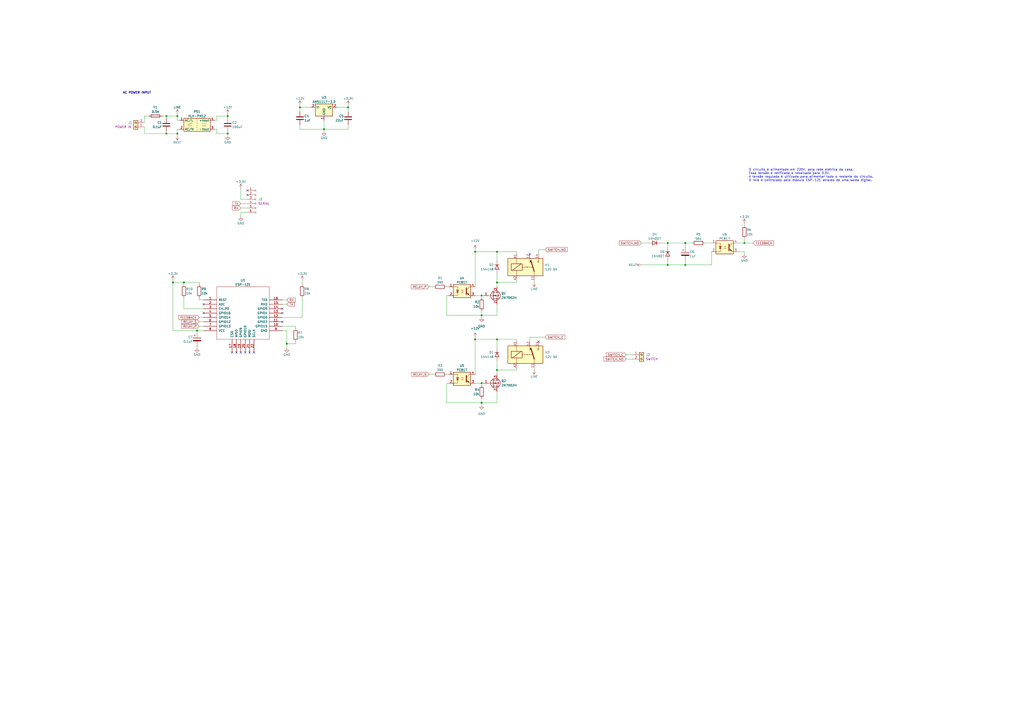
<source format=kicad_sch>
(kicad_sch (version 20230121) (generator eeschema)
  (paper "A2")
  (lib_symbols
    (symbol "Connector:Conn_01x06_Socket" (pin_names (offset 1.016) hide)
      (property "Reference" "J" (at 0 7.62 0))
      (property "Value" "Conn_01x06_Socket" (at 0 -10.16 0))
      (symbol "Conn_01x06_Socket_1_1"
        (arc (start 0 -7.112) (mid -0.5058 -7.62) (end 0 -8.128) (stroke (width 0.1524)))
        (arc (start 0 -4.572) (mid -0.5058 -5.08) (end 0 -5.588) (stroke (width 0.1524)))
        (arc (start 0 -2.032) (mid -0.5058 -2.54) (end 0 -3.048) (stroke (width 0.1524)))
        (polyline (pts (xy -1.27 -7.62) (xy -0.508 -7.62)) (stroke (width 0.1524)))
        (polyline (pts (xy -1.27 -5.08) (xy -0.508 -5.08)) (stroke (width 0.1524)))
        (polyline (pts (xy -1.27 -2.54) (xy -0.508 -2.54)) (stroke (width 0.1524)))
        (polyline (pts (xy -1.27 0) (xy -0.508 0)) (stroke (width 0.1524)))
        (polyline (pts (xy -1.27 2.54) (xy -0.508 2.54)) (stroke (width 0.1524)))
        (polyline (pts (xy -1.27 5.08) (xy -0.508 5.08)) (stroke (width 0.1524)))
        (arc (start 0 0.508) (mid -0.5058 0) (end 0 -0.508) (stroke (width 0.1524)))
        (arc (start 0 3.048) (mid -0.5058 2.54) (end 0 2.032) (stroke (width 0.1524)))
        (arc (start 0 5.588) (mid -0.5058 5.08) (end 0 4.572) (stroke (width 0.1524)))
        (pin passive line (at -5.08 5.08 0) (length 3.81) (name "Pin_1") (number "1"))
        (pin passive line (at -5.08 2.54 0) (length 3.81) (name "Pin_2") (number "2"))
        (pin passive line (at -5.08 0 0) (length 3.81) (name "Pin_3") (number "3"))
        (pin passive line (at -5.08 -2.54 0) (length 3.81) (name "Pin_4") (number "4"))
        (pin passive line (at -5.08 -5.08 0) (length 3.81) (name "Pin_5") (number "5"))
        (pin passive line (at -5.08 -7.62 0) (length 3.81) (name "Pin_6") (number "6"))
      )
    )
    (symbol "Connector:Screw_Terminal_01x02" (pin_names (offset 1.016) hide)
      (property "Reference" "J" (at 0 2.54 0))
      (property "Value" "Screw_Terminal_01x02" (at 0 -5.08 0))
      (symbol "Screw_Terminal_01x02_1_1"
        (rectangle (start -1.27 1.27) (end 1.27 -3.81) (stroke (width 0.254)) (fill (type background)))
        (circle (center 0 -2.54) (radius 0.635) (stroke (width 0.1524)))
        (polyline (pts (xy -0.5334 -2.2098) (xy 0.3302 -3.048)) (stroke (width 0.1524)))
        (polyline (pts (xy -0.5334 0.3302) (xy 0.3302 -0.508)) (stroke (width 0.1524)))
        (polyline (pts (xy -0.3556 -2.032) (xy 0.508 -2.8702)) (stroke (width 0.1524)))
        (polyline (pts (xy -0.3556 0.508) (xy 0.508 -0.3302)) (stroke (width 0.1524)))
        (circle (center 0 0) (radius 0.635) (stroke (width 0.1524)))
        (pin passive line (at -5.08 0 0) (length 3.81) (name "Pin_1") (number "1"))
        (pin passive line (at -5.08 -2.54 0) (length 3.81) (name "Pin_2") (number "2"))
      )
    )
    (symbol "Converter_ACDC:HLK-PM12"
      (property "Reference" "PS" (at 0 5.08 0))
      (property "Value" "HLK-PM12" (at 0 -5.08 0))
      (symbol "HLK-PM12_0_1"
        (rectangle (start -7.62 3.81) (end 7.62 -3.81) (stroke (width 0.254)) (fill (type background)))
        (arc (start -5.334 0.635) (mid -4.699 0.2495) (end -4.064 0.635))
        (arc (start -2.794 0.635) (mid -3.429 1.0072) (end -4.064 0.635))
        (polyline (pts (xy -5.334 -0.635) (xy -2.794 -0.635)))
        (polyline (pts (xy 0 -2.54) (xy 0 -3.175)))
        (polyline (pts (xy 0 -1.27) (xy 0 -1.905)))
        (polyline (pts (xy 0 0) (xy 0 -0.635)))
        (polyline (pts (xy 0 1.27) (xy 0 0.635)))
        (polyline (pts (xy 0 2.54) (xy 0 1.905)))
        (polyline (pts (xy 0 3.81) (xy 0 3.175)))
        (polyline (pts (xy 2.794 -0.635) (xy 5.334 -0.635)))
        (polyline (pts (xy 2.794 0.635) (xy 3.302 0.635)))
        (polyline (pts (xy 3.81 0.635) (xy 4.318 0.635)))
        (polyline (pts (xy 4.826 0.635) (xy 5.334 0.635)))
      )
      (symbol "HLK-PM12_1_1"
        (pin power_in line (at -10.16 2.54 0) (length 2.54) (name "AC/L") (number "1"))
        (pin power_in line (at -10.16 -2.54 0) (length 2.54) (name "AC/N") (number "2"))
        (pin power_out line (at 10.16 -2.54 180) (length 2.54) (name "-Vout") (number "3"))
        (pin power_out line (at 10.16 2.54 180) (length 2.54) (name "+Vout") (number "4"))
      )
    )
    (symbol "Device:C" (pin_numbers hide) (pin_names (offset 0.254))
      (property "Reference" "C" (at 0.635 2.54 0))
      (property "Value" "C" (at 0.635 -2.54 0))
      (symbol "C_0_1"
        (polyline (pts (xy -2.032 -0.762) (xy 2.032 -0.762)) (stroke (width 0.508)))
        (polyline (pts (xy -2.032 0.762) (xy 2.032 0.762)) (stroke (width 0.508)))
      )
      (symbol "C_1_1"
        (pin passive line (at 0 3.81 270) (length 2.794) (name "~") (number "1"))
        (pin passive line (at 0 -3.81 90) (length 2.794) (name "~") (number "2"))
      )
    )
    (symbol "Device:C_Polarized" (pin_numbers hide) (pin_names (offset 0.254))
      (property "Reference" "C" (at 0.635 2.54 0))
      (property "Value" "C_Polarized" (at 0.635 -2.54 0))
      (symbol "C_Polarized_0_1"
        (rectangle (start -2.286 0.508) (end 2.286 1.016))
        (polyline (pts (xy -1.778 2.286) (xy -0.762 2.286)))
        (polyline (pts (xy -1.27 2.794) (xy -1.27 1.778)))
        (rectangle (start 2.286 -0.508) (end -2.286 -1.016) (fill (type outline)))
      )
      (symbol "C_Polarized_1_1"
        (pin passive line (at 0 3.81 270) (length 2.794) (name "~") (number "1"))
        (pin passive line (at 0 -3.81 90) (length 2.794) (name "~") (number "2"))
      )
    )
    (symbol "Device:Fuse" (pin_numbers hide) (pin_names (offset 0))
      (property "Reference" "F" (at 2.032 0 90))
      (property "Value" "Fuse" (at -1.905 0 90))
      (symbol "Fuse_0_1"
        (rectangle (start -0.762 -2.54) (end 0.762 2.54) (stroke (width 0.254)))
        (polyline (pts (xy 0 2.54) (xy 0 -2.54)))
      )
      (symbol "Fuse_1_1"
        (pin passive line (at 0 3.81 270) (length 1.27) (name "~") (number "1"))
        (pin passive line (at 0 -3.81 90) (length 1.27) (name "~") (number "2"))
      )
    )
    (symbol "Device:R" (pin_numbers hide) (pin_names (offset 0))
      (property "Reference" "R" (at 2.032 0 90))
      (property "Value" "R" (at 0 0 90))
      (symbol "R_0_1"
        (rectangle (start -1.016 -2.54) (end 1.016 2.54) (stroke (width 0.254)))
      )
      (symbol "R_1_1"
        (pin passive line (at 0 3.81 270) (length 1.27) (name "~") (number "1"))
        (pin passive line (at 0 -3.81 90) (length 1.27) (name "~") (number "2"))
      )
    )
    (symbol "Diode:1N4007" (pin_numbers hide) (pin_names hide)
      (property "Reference" "D" (at 0 2.54 0))
      (property "Value" "1N4007" (at 0 -2.54 0))
      (symbol "1N4007_0_1"
        (polyline (pts (xy -1.27 1.27) (xy -1.27 -1.27)) (stroke (width 0.254)))
        (polyline (pts (xy 1.27 0) (xy -1.27 0)))
        (polyline (pts (xy 1.27 1.27) (xy 1.27 -1.27) (xy -1.27 0) (xy 1.27 1.27)) (stroke (width 0.254)))
      )
      (symbol "1N4007_1_1"
        (pin passive line (at -3.81 0 0) (length 2.54) (name "K") (number "1"))
        (pin passive line (at 3.81 0 180) (length 2.54) (name "A") (number "2"))
      )
    )
    (symbol "Diode:1N4148" (pin_numbers hide) (pin_names hide)
      (property "Reference" "D" (at 0 2.54 0))
      (property "Value" "1N4148" (at 0 -2.54 0))
      (symbol "1N4148_0_1"
        (polyline (pts (xy -1.27 1.27) (xy -1.27 -1.27)) (stroke (width 0.254)))
        (polyline (pts (xy 1.27 0) (xy -1.27 0)))
        (polyline (pts (xy 1.27 1.27) (xy 1.27 -1.27) (xy -1.27 0) (xy 1.27 1.27)) (stroke (width 0.254)))
      )
      (symbol "1N4148_1_1"
        (pin passive line (at -3.81 0 0) (length 2.54) (name "K") (number "1"))
        (pin passive line (at 3.81 0 180) (length 2.54) (name "A") (number "2"))
      )
    )
    (symbol "ESP8266:ESP-12E" (pin_names (offset 1.016))
      (property "Reference" "U" (at 0 -2.54 0))
      (property "Value" "ESP-12E" (at 0 2.54 0))
      (symbol "ESP-12E_1_0"
        (rectangle (start -15.24 -15.24) (end 15.24 15.24))
      )
      (symbol "ESP-12E_1_1"
        (pin input line (at -22.86 7.62 0) (length 7.62) (name "REST") (number "1"))
        (pin bidirectional line (at 22.86 -7.62 180) (length 7.62) (name "GPIO15") (number "10"))
        (pin bidirectional line (at 22.86 -5.08 180) (length 7.62) (name "GPIO2") (number "11"))
        (pin bidirectional line (at 22.86 -2.54 180) (length 7.62) (name "GPIO0") (number "12"))
        (pin bidirectional line (at 22.86 0 180) (length 7.62) (name "GPIO4") (number "13"))
        (pin bidirectional line (at 22.86 2.54 180) (length 7.62) (name "GPIO5") (number "14"))
        (pin input line (at 22.86 5.08 180) (length 7.62) (name "RXD") (number "15"))
        (pin output line (at 22.86 7.62 180) (length 7.62) (name "TXD") (number "16"))
        (pin bidirectional line (at -6.35 -22.86 90) (length 7.62) (name "CS0") (number "17"))
        (pin bidirectional line (at -3.81 -22.86 90) (length 7.62) (name "MISO") (number "18"))
        (pin bidirectional line (at -1.27 -22.86 90) (length 7.62) (name "GPIO9") (number "19"))
        (pin passive line (at -22.86 5.08 0) (length 7.62) (name "ADC") (number "2"))
        (pin bidirectional line (at 1.27 -22.86 90) (length 7.62) (name "GPIO10") (number "20"))
        (pin bidirectional line (at 3.81 -22.86 90) (length 7.62) (name "MOSI") (number "21"))
        (pin bidirectional line (at 6.35 -22.86 90) (length 7.62) (name "SCLK") (number "22"))
        (pin input line (at -22.86 2.54 0) (length 7.62) (name "CH_PD") (number "3"))
        (pin bidirectional line (at -22.86 0 0) (length 7.62) (name "GPIO16") (number "4"))
        (pin bidirectional line (at -22.86 -2.54 0) (length 7.62) (name "GPIO14") (number "5"))
        (pin bidirectional line (at -22.86 -5.08 0) (length 7.62) (name "GPIO12") (number "6"))
        (pin bidirectional line (at -22.86 -7.62 0) (length 7.62) (name "GPIO13") (number "7"))
        (pin power_in line (at -22.86 -10.16 0) (length 7.62) (name "VCC") (number "8"))
        (pin power_in line (at 22.86 -10.16 180) (length 7.62) (name "GND") (number "9"))
      )
    )
    (symbol "Isolator:PC817" (pin_names (offset 1.016))
      (property "Reference" "U" (at -5.08 5.08 0))
      (property "Value" "PC817" (at 0 5.08 0))
      (symbol "PC817_0_1"
        (rectangle (start -5.08 3.81) (end 5.08 -3.81) (stroke (width 0.254)) (fill (type background)))
        (polyline (pts (xy -3.175 -0.635) (xy -1.905 -0.635)) (stroke (width 0.254)))
        (polyline (pts (xy 2.54 0.635) (xy 4.445 2.54)))
        (polyline (pts (xy 4.445 -2.54) (xy 2.54 -0.635)) (fill (type outline)))
        (polyline (pts (xy 4.445 -2.54) (xy 5.08 -2.54)))
        (polyline (pts (xy 4.445 2.54) (xy 5.08 2.54)))
        (polyline (pts (xy -5.08 2.54) (xy -2.54 2.54) (xy -2.54 -0.635)))
        (polyline (pts (xy -2.54 -0.635) (xy -2.54 -2.54) (xy -5.08 -2.54)))
        (polyline (pts (xy 2.54 1.905) (xy 2.54 -1.905) (xy 2.54 -1.905)) (stroke (width 0.508)))
        (polyline (pts (xy -2.54 -0.635) (xy -3.175 0.635) (xy -1.905 0.635) (xy -2.54 -0.635)) (stroke (width 0.254)))
        (polyline (pts (xy -0.508 -0.508) (xy 0.762 -0.508) (xy 0.381 -0.635) (xy 0.381 -0.381) (xy 0.762 -0.508)))
        (polyline (pts (xy -0.508 0.508) (xy 0.762 0.508) (xy 0.381 0.381) (xy 0.381 0.635) (xy 0.762 0.508)))
        (polyline (pts (xy 3.048 -1.651) (xy 3.556 -1.143) (xy 4.064 -2.159) (xy 3.048 -1.651) (xy 3.048 -1.651)) (fill (type outline)))
      )
      (symbol "PC817_1_1"
        (pin passive line (at -7.62 2.54 0) (length 2.54) (name "~") (number "1"))
        (pin passive line (at -7.62 -2.54 0) (length 2.54) (name "~") (number "2"))
        (pin passive line (at 7.62 -2.54 180) (length 2.54) (name "~") (number "3"))
        (pin passive line (at 7.62 2.54 180) (length 2.54) (name "~") (number "4"))
      )
    )
    (symbol "Regulator_Linear:AMS1117-3.3"
      (property "Reference" "U" (at -3.81 3.175 0))
      (property "Value" "AMS1117-3.3" (at 0 3.175 0))
      (symbol "AMS1117-3.3_0_1"
        (rectangle (start -5.08 -5.08) (end 5.08 1.905) (stroke (width 0.254)) (fill (type background)))
      )
      (symbol "AMS1117-3.3_1_1"
        (pin power_in line (at 0 -7.62 90) (length 2.54) (name "GND") (number "1"))
        (pin power_out line (at 7.62 0 180) (length 2.54) (name "VO") (number "2"))
        (pin power_in line (at -7.62 0 0) (length 2.54) (name "VI") (number "3"))
      )
    )
    (symbol "Relay:FINDER-36.11"
      (property "Reference" "K" (at 11.43 3.81 0))
      (property "Value" "FINDER-36.11" (at 11.43 1.27 0))
      (symbol "FINDER-36.11_0_0"
        (polyline (pts (xy 2.54 3.81) (xy 2.54 5.08)))
        (polyline (pts (xy 7.62 3.81) (xy 7.62 5.08)))
        (polyline (pts (xy 7.62 3.81) (xy 7.62 2.54) (xy 6.985 3.175) (xy 7.62 3.81)))
      )
      (symbol "FINDER-36.11_0_1"
        (rectangle (start -10.16 5.08) (end 10.16 -5.08) (stroke (width 0.254)) (fill (type background)))
        (rectangle (start -8.255 1.905) (end -1.905 -1.905) (stroke (width 0.254)))
        (polyline (pts (xy -7.62 -1.905) (xy -2.54 1.905)) (stroke (width 0.254)))
        (polyline (pts (xy -5.08 -5.08) (xy -5.08 -1.905)))
        (polyline (pts (xy -5.08 5.08) (xy -5.08 1.905)))
        (polyline (pts (xy -1.905 0) (xy -1.27 0)) (stroke (width 0.254)))
        (polyline (pts (xy -0.635 0) (xy 0 0)) (stroke (width 0.254)))
        (polyline (pts (xy 0.635 0) (xy 1.27 0)) (stroke (width 0.254)))
        (polyline (pts (xy 0.635 0) (xy 1.27 0)) (stroke (width 0.254)))
        (polyline (pts (xy 1.905 0) (xy 2.54 0)) (stroke (width 0.254)))
        (polyline (pts (xy 3.175 0) (xy 3.81 0)) (stroke (width 0.254)))
        (polyline (pts (xy 5.08 -2.54) (xy 3.175 3.81)) (stroke (width 0.508)))
        (polyline (pts (xy 5.08 -2.54) (xy 5.08 -5.08)))
        (polyline (pts (xy 2.54 2.54) (xy 3.175 3.175) (xy 2.54 3.81)) (fill (type outline)))
      )
      (symbol "FINDER-36.11_1_1"
        (pin passive line (at 5.08 -7.62 90) (length 2.54) (name "~") (number "11"))
        (pin passive line (at 2.54 7.62 270) (length 2.54) (name "~") (number "12"))
        (pin passive line (at 7.62 7.62 270) (length 2.54) (name "~") (number "14"))
        (pin passive line (at -5.08 7.62 270) (length 2.54) (name "~") (number "A1"))
        (pin passive line (at -5.08 -7.62 90) (length 2.54) (name "~") (number "A2"))
      )
    )
    (symbol "Transistor_FET:2N7002H" (pin_names hide)
      (property "Reference" "Q" (at 5.08 1.905 0))
      (property "Value" "2N7002H" (at 5.08 0 0))
      (symbol "2N7002H_0_1"
        (polyline (pts (xy 0.254 0) (xy -2.54 0)))
        (polyline (pts (xy 0.254 1.905) (xy 0.254 -1.905)) (stroke (width 0.254)))
        (polyline (pts (xy 0.762 -1.27) (xy 0.762 -2.286)) (stroke (width 0.254)))
        (polyline (pts (xy 0.762 0.508) (xy 0.762 -0.508)) (stroke (width 0.254)))
        (polyline (pts (xy 0.762 2.286) (xy 0.762 1.27)) (stroke (width 0.254)))
        (polyline (pts (xy 2.54 2.54) (xy 2.54 1.778)))
        (polyline (pts (xy 2.54 -2.54) (xy 2.54 0) (xy 0.762 0)))
        (polyline (pts (xy 0.762 -1.778) (xy 3.302 -1.778) (xy 3.302 1.778) (xy 0.762 1.778)))
        (polyline (pts (xy 1.016 0) (xy 2.032 0.381) (xy 2.032 -0.381) (xy 1.016 0)) (fill (type outline)))
        (polyline (pts (xy 2.794 0.508) (xy 2.921 0.381) (xy 3.683 0.381) (xy 3.81 0.254)))
        (polyline (pts (xy 3.302 0.381) (xy 2.921 -0.254) (xy 3.683 -0.254) (xy 3.302 0.381)))
        (circle (center 1.651 0) (radius 2.794) (stroke (width 0.254)))
        (circle (center 2.54 -1.778) (radius 0.254) (fill (type outline)))
        (circle (center 2.54 1.778) (radius 0.254) (fill (type outline)))
      )
      (symbol "2N7002H_1_1"
        (pin input line (at -5.08 0 0) (length 2.54) (name "G") (number "1"))
        (pin passive line (at 2.54 -5.08 90) (length 2.54) (name "S") (number "2"))
        (pin passive line (at 2.54 5.08 270) (length 2.54) (name "D") (number "3"))
      )
    )
    (symbol "power:+12V" (power) (pin_names (offset 0))
      (property "Value" "+12V" (at 0 3.556 0))
      (symbol "+12V_0_1"
        (polyline (pts (xy -0.762 1.27) (xy 0 2.54)))
        (polyline (pts (xy 0 0) (xy 0 2.54)))
        (polyline (pts (xy 0 2.54) (xy 0.762 1.27)))
      )
      (symbol "+12V_1_1"
        (pin power_in line (at 0 0 90) (length 0) hide (name "+12V") (number "1"))
      )
    )
    (symbol "power:+3.3V" (power) (pin_names (offset 0))
      (property "Value" "+3.3V" (at 0 3.556 0))
      (symbol "+3.3V_0_1"
        (polyline (pts (xy -0.762 1.27) (xy 0 2.54)))
        (polyline (pts (xy 0 0) (xy 0 2.54)))
        (polyline (pts (xy 0 2.54) (xy 0.762 1.27)))
      )
      (symbol "+3.3V_1_1"
        (pin power_in line (at 0 0 90) (length 0) hide (name "+3.3V") (number "1"))
      )
    )
    (symbol "power:GND" (power) (pin_names (offset 0))
      (property "Value" "GND" (at 0 -3.81 0))
      (symbol "GND_0_1"
        (polyline (pts (xy 0 0) (xy 0 -1.27) (xy 1.27 -1.27) (xy 0 -2.54) (xy -1.27 -1.27) (xy 0 -1.27)))
      )
      (symbol "GND_1_1"
        (pin power_in line (at 0 0 270) (length 0) hide (name "GND") (number "1"))
      )
    )
    (symbol "power:LINE" (power) (pin_names (offset 0))
      (property "Value" "LINE" (at 0 3.81 0))
      (symbol "LINE_0_1"
        (polyline (pts (xy -0.762 1.27) (xy 0 2.54)))
        (polyline (pts (xy 0 0) (xy 0 2.54)))
        (polyline (pts (xy 0 2.54) (xy 0.762 1.27)))
      )
      (symbol "LINE_1_1"
        (pin power_in line (at 0 0 90) (length 0) hide (name "LINE") (number "1"))
      )
    )
    (symbol "power:NEUT" (power) (pin_names (offset 0))
      (property "Value" "NEUT" (at 0 3.81 0))
      (symbol "NEUT_0_1"
        (polyline (pts (xy -0.762 1.27) (xy 0 2.54)))
        (polyline (pts (xy 0 0) (xy 0 2.54)))
        (polyline (pts (xy 0 2.54) (xy 0.762 1.27)))
      )
      (symbol "NEUT_1_1"
        (pin power_in line (at 0 0 90) (length 0) hide (name "NEUT") (number "1"))
      )
    )
  )
  (junction (at 201.93 62.23))
  (junction (at 288.29 163.83))
  (junction (at 279.4 171.45))
  (junction (at 106.68 163.83))
  (junction (at 166.37 199.39))
  (junction (at 96.52 77.47))
  (junction (at 100.33 163.83))
  (junction (at 279.4 222.25))
  (junction (at 397.51 140.97))
  (junction (at 102.87 67.31))
  (junction (at 275.59 196.85))
  (junction (at 102.87 77.47))
  (junction (at 279.4 182.88))
  (junction (at 275.59 146.05))
  (junction (at 387.35 140.97))
  (junction (at 187.96 74.93))
  (junction (at 279.4 233.68))
  (junction (at 288.29 214.63))
  (junction (at 173.99 62.23))
  (junction (at 288.29 196.85))
  (junction (at 288.29 146.05))
  (junction (at 114.3 191.77))
  (junction (at 387.35 153.67))
  (junction (at 132.08 67.31))
  (junction (at 132.08 77.47))
  (junction (at 431.8 140.97))
  (junction (at 96.52 67.31))
  (junction (at 397.51 153.67))
  (no_connect (at 143.51 110.49))
  (no_connect (at 147.32 204.47))
  (no_connect (at 163.83 181.61))
  (no_connect (at 139.7 204.47))
  (no_connect (at 143.51 113.03))
  (no_connect (at 134.62 204.47))
  (no_connect (at 142.24 204.47))
  (no_connect (at 144.78 204.47))
  (no_connect (at 312.42 198.12))
  (no_connect (at 307.34 147.32))
  (no_connect (at 118.11 181.61))
  (no_connect (at 163.83 186.69))
  (no_connect (at 163.83 179.07))
  (no_connect (at 137.16 204.47))
  (no_connect (at 118.11 176.53))
  (wire (pts (xy 431.8 140.97) (xy 431.8 138.43)))
  (wire (pts (xy 175.26 184.15) (xy 175.26 172.72)))
  (wire (pts (xy 279.4 171.45) (xy 279.4 172.72)))
  (wire (pts (xy 299.72 213.36) (xy 299.72 214.63)))
  (wire (pts (xy 288.29 176.53) (xy 288.29 182.88)))
  (wire (pts (xy 299.72 146.05) (xy 299.72 147.32)))
  (wire (pts (xy 96.52 67.31) (xy 102.87 67.31)))
  (wire (pts (xy 187.96 74.93) (xy 173.99 74.93)))
  (wire (pts (xy 171.45 198.12) (xy 171.45 199.39)))
  (wire (pts (xy 166.37 199.39) (xy 171.45 199.39)))
  (wire (pts (xy 288.29 151.13) (xy 288.29 146.05)))
  (wire (pts (xy 139.7 123.19) (xy 143.51 123.19)))
  (wire (pts (xy 166.37 191.77) (xy 163.83 191.77)))
  (wire (pts (xy 427.99 146.05) (xy 431.8 146.05)))
  (wire (pts (xy 427.99 140.97) (xy 431.8 140.97)))
  (wire (pts (xy 102.87 69.85) (xy 104.14 69.85)))
  (wire (pts (xy 372.11 153.67) (xy 387.35 153.67)))
  (wire (pts (xy 102.87 66.04) (xy 102.87 67.31)))
  (wire (pts (xy 279.4 222.25) (xy 279.4 223.52)))
  (wire (pts (xy 132.08 67.31) (xy 132.08 68.58)))
  (wire (pts (xy 102.87 74.93) (xy 104.14 74.93)))
  (wire (pts (xy 259.08 217.17) (xy 260.35 217.17)))
  (wire (pts (xy 387.35 151.13) (xy 387.35 153.67)))
  (wire (pts (xy 163.83 176.53) (xy 166.37 176.53)))
  (wire (pts (xy 83.82 67.31) (xy 86.36 67.31)))
  (wire (pts (xy 387.35 140.97) (xy 387.35 143.51)))
  (wire (pts (xy 83.82 73.66) (xy 83.82 77.47)))
  (wire (pts (xy 279.4 180.34) (xy 279.4 182.88)))
  (wire (pts (xy 275.59 222.25) (xy 279.4 222.25)))
  (wire (pts (xy 96.52 67.31) (xy 96.52 68.58)))
  (wire (pts (xy 139.7 115.57) (xy 143.51 115.57)))
  (wire (pts (xy 259.08 233.68) (xy 279.4 233.68)))
  (wire (pts (xy 115.57 173.99) (xy 115.57 172.72)))
  (wire (pts (xy 139.7 125.73) (xy 139.7 123.19)))
  (wire (pts (xy 279.4 233.68) (xy 288.29 233.68)))
  (wire (pts (xy 173.99 62.23) (xy 180.34 62.23)))
  (wire (pts (xy 132.08 67.31) (xy 132.08 66.04)))
  (wire (pts (xy 132.08 78.74) (xy 132.08 77.47)))
  (wire (pts (xy 309.88 213.36) (xy 309.88 214.63)))
  (wire (pts (xy 279.4 182.88) (xy 288.29 182.88)))
  (wire (pts (xy 279.4 231.14) (xy 279.4 233.68)))
  (wire (pts (xy 312.42 147.32) (xy 312.42 144.78)))
  (wire (pts (xy 288.29 196.85) (xy 275.59 196.85)))
  (wire (pts (xy 259.08 222.25) (xy 259.08 233.68)))
  (wire (pts (xy 259.08 166.37) (xy 260.35 166.37)))
  (wire (pts (xy 288.29 163.83) (xy 299.72 163.83)))
  (wire (pts (xy 397.51 140.97) (xy 387.35 140.97)))
  (wire (pts (xy 173.99 60.96) (xy 173.99 62.23)))
  (wire (pts (xy 139.7 109.22) (xy 139.7 115.57)))
  (wire (pts (xy 166.37 199.39) (xy 166.37 191.77)))
  (wire (pts (xy 173.99 72.39) (xy 173.99 74.93)))
  (wire (pts (xy 248.92 166.37) (xy 251.46 166.37)))
  (wire (pts (xy 187.96 74.93) (xy 187.96 76.2)))
  (wire (pts (xy 201.93 60.96) (xy 201.93 62.23)))
  (wire (pts (xy 275.59 196.85) (xy 275.59 217.17)))
  (wire (pts (xy 118.11 173.99) (xy 115.57 173.99)))
  (wire (pts (xy 412.75 146.05) (xy 412.75 153.67)))
  (wire (pts (xy 118.11 179.07) (xy 106.68 179.07)))
  (wire (pts (xy 312.42 144.78) (xy 316.23 144.78)))
  (wire (pts (xy 115.57 189.23) (xy 118.11 189.23)))
  (wire (pts (xy 288.29 209.55) (xy 288.29 214.63)))
  (wire (pts (xy 408.94 140.97) (xy 412.75 140.97)))
  (wire (pts (xy 93.98 67.31) (xy 96.52 67.31)))
  (wire (pts (xy 114.3 200.66) (xy 114.3 201.93)))
  (wire (pts (xy 387.35 153.67) (xy 397.51 153.67)))
  (wire (pts (xy 125.73 74.93) (xy 124.46 74.93)))
  (wire (pts (xy 96.52 77.47) (xy 102.87 77.47)))
  (wire (pts (xy 175.26 162.56) (xy 175.26 165.1)))
  (wire (pts (xy 106.68 179.07) (xy 106.68 172.72)))
  (wire (pts (xy 288.29 227.33) (xy 288.29 233.68)))
  (wire (pts (xy 260.35 222.25) (xy 259.08 222.25)))
  (wire (pts (xy 412.75 153.67) (xy 397.51 153.67)))
  (wire (pts (xy 125.73 69.85) (xy 124.46 69.85)))
  (wire (pts (xy 100.33 163.83) (xy 106.68 163.83)))
  (wire (pts (xy 187.96 69.85) (xy 187.96 74.93)))
  (wire (pts (xy 115.57 186.69) (xy 118.11 186.69)))
  (wire (pts (xy 166.37 201.93) (xy 166.37 199.39)))
  (wire (pts (xy 288.29 158.75) (xy 288.29 163.83)))
  (wire (pts (xy 275.59 171.45) (xy 279.4 171.45)))
  (wire (pts (xy 106.68 163.83) (xy 115.57 163.83)))
  (wire (pts (xy 431.8 140.97) (xy 436.88 140.97)))
  (wire (pts (xy 363.22 208.28) (xy 367.03 208.28)))
  (wire (pts (xy 100.33 162.56) (xy 100.33 163.83)))
  (wire (pts (xy 288.29 146.05) (xy 299.72 146.05)))
  (wire (pts (xy 299.72 196.85) (xy 299.72 198.12)))
  (wire (pts (xy 288.29 214.63) (xy 299.72 214.63)))
  (wire (pts (xy 201.93 72.39) (xy 201.93 74.93)))
  (wire (pts (xy 363.22 205.74) (xy 367.03 205.74)))
  (wire (pts (xy 201.93 74.93) (xy 187.96 74.93)))
  (wire (pts (xy 299.72 162.56) (xy 299.72 163.83)))
  (wire (pts (xy 125.73 74.93) (xy 125.73 77.47)))
  (wire (pts (xy 201.93 64.77) (xy 201.93 62.23)))
  (wire (pts (xy 397.51 143.51) (xy 397.51 140.97)))
  (wire (pts (xy 288.29 146.05) (xy 275.59 146.05)))
  (wire (pts (xy 397.51 151.13) (xy 397.51 153.67)))
  (wire (pts (xy 100.33 191.77) (xy 114.3 191.77)))
  (wire (pts (xy 163.83 173.99) (xy 166.37 173.99)))
  (wire (pts (xy 307.34 198.12) (xy 307.34 195.58)))
  (wire (pts (xy 288.29 163.83) (xy 288.29 166.37)))
  (wire (pts (xy 125.73 67.31) (xy 132.08 67.31)))
  (wire (pts (xy 125.73 67.31) (xy 125.73 69.85)))
  (wire (pts (xy 171.45 190.5) (xy 171.45 189.23)))
  (wire (pts (xy 275.59 195.58) (xy 275.59 196.85)))
  (wire (pts (xy 431.8 146.05) (xy 431.8 147.32)))
  (wire (pts (xy 132.08 76.2) (xy 132.08 77.47)))
  (wire (pts (xy 372.11 140.97) (xy 375.92 140.97)))
  (wire (pts (xy 431.8 129.54) (xy 431.8 130.81)))
  (wire (pts (xy 83.82 77.47) (xy 96.52 77.47)))
  (wire (pts (xy 102.87 67.31) (xy 102.87 69.85)))
  (wire (pts (xy 259.08 182.88) (xy 279.4 182.88)))
  (wire (pts (xy 260.35 171.45) (xy 259.08 171.45)))
  (wire (pts (xy 259.08 171.45) (xy 259.08 182.88)))
  (wire (pts (xy 102.87 77.47) (xy 102.87 74.93)))
  (wire (pts (xy 248.92 217.17) (xy 251.46 217.17)))
  (wire (pts (xy 288.29 196.85) (xy 299.72 196.85)))
  (wire (pts (xy 100.33 163.83) (xy 100.33 191.77)))
  (wire (pts (xy 279.4 182.88) (xy 279.4 184.15)))
  (wire (pts (xy 201.93 62.23) (xy 195.58 62.23)))
  (wire (pts (xy 279.4 233.68) (xy 279.4 234.95)))
  (wire (pts (xy 173.99 64.77) (xy 173.99 62.23)))
  (wire (pts (xy 275.59 144.78) (xy 275.59 146.05)))
  (wire (pts (xy 288.29 214.63) (xy 288.29 217.17)))
  (wire (pts (xy 309.88 162.56) (xy 309.88 163.83)))
  (wire (pts (xy 288.29 201.93) (xy 288.29 196.85)))
  (wire (pts (xy 279.4 171.45) (xy 280.67 171.45)))
  (wire (pts (xy 115.57 184.15) (xy 118.11 184.15)))
  (wire (pts (xy 125.73 77.47) (xy 132.08 77.47)))
  (wire (pts (xy 279.4 222.25) (xy 280.67 222.25)))
  (wire (pts (xy 171.45 189.23) (xy 163.83 189.23)))
  (wire (pts (xy 397.51 140.97) (xy 401.32 140.97)))
  (wire (pts (xy 102.87 77.47) (xy 102.87 78.74)))
  (wire (pts (xy 383.54 140.97) (xy 387.35 140.97)))
  (wire (pts (xy 96.52 76.2) (xy 96.52 77.47)))
  (wire (pts (xy 307.34 195.58) (xy 316.23 195.58)))
  (wire (pts (xy 115.57 165.1) (xy 115.57 163.83)))
  (wire (pts (xy 114.3 191.77) (xy 114.3 193.04)))
  (wire (pts (xy 139.7 118.11) (xy 143.51 118.11)))
  (wire (pts (xy 275.59 146.05) (xy 275.59 166.37)))
  (wire (pts (xy 83.82 71.12) (xy 83.82 67.31)))
  (wire (pts (xy 114.3 191.77) (xy 118.11 191.77)))
  (wire (pts (xy 106.68 165.1) (xy 106.68 163.83)))
  (wire (pts (xy 175.26 184.15) (xy 163.83 184.15)))
  (wire (pts (xy 139.7 120.65) (xy 143.51 120.65)))
  (text "AC POWER INPUT" (at 71.12 54.61 0) (effects (font (size 1.27 1.27) (thickness 0.254) bold) (justify left bottom)))
  (text "O circuito é alimentado em 220V, pela rede elétrica da casa.\nEssa tensão é retificada e rebaixada para 3,3V.\nA tensão regulada é utilizada para alimentar todo o restante do circuito.\nO relé é controlado pelo módulo ESP-12E através de uma saída digital.\n" (at 434.34 105.41 0) (effects (font (size 1.27 1.27)) (justify left bottom)))
  (global_label "TX" (shape input) (at 166.37 176.53 0) (property "Intersheetrefs" "${INTERSHEET_REFS}" (effects hide)))
  (global_label "TX" (shape input) (at 139.7 118.11 180) (property "Intersheetrefs" "${INTERSHEET_REFS}" (effects hide)))
  (global_label "RELAY_P" (shape input) (at 248.92 166.37 180) (property "Intersheetrefs" "${INTERSHEET_REFS}" (effects hide)))
  (global_label "SWITCH_NO" (shape input) (at 372.11 140.97 180) (property "Intersheetrefs" "${INTERSHEET_REFS}" (effects hide)))
  (global_label "SWITCH_NO" (shape input) (at 316.23 144.78 0) (property "Intersheetrefs" "${INTERSHEET_REFS}" (effects hide)))
  (global_label "SWITCH_C" (shape input) (at 316.23 195.58 0) (property "Intersheetrefs" "${INTERSHEET_REFS}" (effects hide)))
  (global_label "RELAY_S" (shape input) (at 248.92 217.17 180) (property "Intersheetrefs" "${INTERSHEET_REFS}" (effects hide)))
  (global_label "RELAY_P" (shape input) (at 115.57 189.23 180) (property "Intersheetrefs" "${INTERSHEET_REFS}" (effects hide)))
  (global_label "FEEDBACK" (shape input) (at 436.88 140.97 0) (property "Intersheetrefs" "${INTERSHEET_REFS}" (effects hide)))
  (global_label "FEEDBACK" (shape input) (at 115.57 184.15 180) (property "Intersheetrefs" "${INTERSHEET_REFS}" (effects hide)))
  (global_label "SWITCH_C" (shape input) (at 363.22 205.74 180) (property "Intersheetrefs" "${INTERSHEET_REFS}" (effects hide)))
  (global_label "RELAY_S" (shape input) (at 115.57 186.69 180) (property "Intersheetrefs" "${INTERSHEET_REFS}" (effects hide)))
  (global_label "SWITCH_NO" (shape input) (at 363.22 208.28 180) (property "Intersheetrefs" "${INTERSHEET_REFS}" (effects hide)))
  (global_label "RX" (shape input) (at 139.7 120.65 180) (property "Intersheetrefs" "${INTERSHEET_REFS}" (effects hide)))
  (global_label "RX" (shape input) (at 166.37 173.99 0) (property "Intersheetrefs" "${INTERSHEET_REFS}" (effects hide)))
  (symbol (lib_id "power:GND") (at 279.4 184.15 0) (unit 1)
    (property "Reference" "#PWR08" (effects hide))
    (property "Value" "GND" (at 279.4 189.23 0))
  )
  (symbol (lib_id "Diode:1N4148") (at 288.29 205.74 270) (unit 1)
    (property "Reference" "D1" (at 286.385 204.47 90) (effects (justify right)))
    (property "Value" "1N4148" (at 286.385 207.01 90) (effects (justify right)))
    (property "Footprint" "Diode_THT:D_DO-35_SOD27_P7.62mm_Horizontal" (effects hide))
    (property "Datasheet" "https://assets.nexperia.com/documents/data-sheet/1N4148_1N4448.pdf" (effects hide))
  )
  (symbol (lib_id "Device:R") (at 405.13 140.97 270) (unit 1)
    (property "Reference" "R5" (at 405.13 135.89 90))
    (property "Value" "56k" (at 405.13 138.43 90))
  )
  (symbol (lib_id "Device:R") (at 279.4 176.53 0) (unit 1)
    (property "Reference" "R2" (at 278.13 175.26 0) (effects (justify right)))
    (property "Value" "10k" (at 278.13 177.8 0) (effects (justify right)))
    (property "Footprint" "Resistor_SMD:R_0201_0603Metric" (effects hide))
    (property "Tolerance" "5%" (effects hide))
    (property "Power" "1/10W" (effects hide))
  )
  (symbol (lib_id "power:GND") (at 166.37 201.93 0) (unit 1)
    (property "Reference" "#PWR06" (effects hide))
    (property "Value" "GND" (at 166.37 205.74 0))
  )
  (symbol (lib_id "power:+12V") (at 275.59 195.58 0) (unit 1)
    (property "Reference" "#PWR010" (effects hide))
    (property "Value" "+12V" (at 275.59 190.5 0))
  )
  (symbol (lib_id "Isolator:PC817") (at 267.97 219.71 0) (unit 1)
    (property "Reference" "U5" (at 267.97 212.09 0))
    (property "Value" "PC817" (at 267.97 214.63 0))
    (property "Footprint" "Package_DIP:DIP-4_W7.62mm" (effects hide))
    (property "Datasheet" "http://www.soselectronic.cz/a_info/resource/d/pc817.pdf" (effects hide))
  )
  (symbol (lib_id "Relay:FINDER-36.11") (at 304.8 154.94 0) (unit 1)
    (property "Reference" "K1" (at 316.23 153.67 0) (effects (justify left)))
    (property "Value" "12V 5A" (at 316.23 156.21 0) (effects (justify left)))
    (property "Footprint" "Relay_THT:Relay_SPDT_Finder_36.11" (effects hide))
    (property "Datasheet" "https://gfinder.findernet.com/public/attachments/36/EN/S36EN.pdf" (effects hide))
  )
  (symbol (lib_id "Device:C_Polarized") (at 114.3 196.85 0) (unit 1)
    (property "Reference" "C7" (at 111.76 195.58 0) (effects (justify right)))
    (property "Value" "0.1uF" (at 111.76 198.12 0) (effects (justify right)))
    (property "Footprint" "Capacitor_SMD:C_1206_3216Metric" (effects hide))
    (property "Voltage" "6.3V" (effects hide))
  )
  (symbol (lib_id "Connector:Conn_01x06_Socket") (at 148.59 115.57 0) (unit 1)
    (property "Reference" "J3" (at 149.86 115.57 0) (effects (justify left)))
    (property "Value" "Conn_01x06_Socket" (effects hide))
    (property "Footprint" "Connector_PinHeader_1.27mm:PinHeader_1x06_P1.27mm_Vertical" (effects hide))
    (property "Description" "SERIAL" (at 149.86 118.11 0) (effects (justify left)))
  )
  (symbol (lib_id "Device:R") (at 255.27 217.17 270) (unit 1)
    (property "Reference" "R3" (at 255.27 212.09 90))
    (property "Value" "390" (at 255.27 214.63 90))
    (property "Footprint" "Resistor_SMD:R_0201_0603Metric" (effects hide))
    (property "Tolerance" "5%" (effects hide))
    (property "Power" "1/4W" (effects hide))
  )
  (symbol (lib_id "Transistor_FET:2N7002H") (at 285.75 171.45 0) (unit 1)
    (property "Reference" "Q1" (at 290.83 170.18 0) (effects (justify left)))
    (property "Value" "2N7002H" (at 290.83 172.72 0) (effects (justify left)))
    (property "Footprint" "Package_TO_SOT_SMD:SOT-23" (effects hide))
    (property "Datasheet" "http://www.diodes.com/assets/Datasheets/2N7002H.pdf" (effects hide))
  )
  (symbol (lib_id "power:LINE") (at 102.87 66.04 0) (unit 1)
    (property "Reference" "#PWR03" (effects hide))
    (property "Value" "LINE" (at 102.87 62.23 0))
  )
  (symbol (lib_id "power:GND") (at 187.96 76.2 0) (unit 1)
    (property "Reference" "#PWR022" (effects hide))
    (property "Value" "GND" (at 187.96 80.01 0))
  )
  (symbol (lib_id "power:GND") (at 114.3 201.93 0) (unit 1)
    (property "Reference" "#PWR018" (effects hide))
    (property "Value" "GND" (at 114.3 205.74 0))
  )
  (symbol (lib_id "Regulator_Linear:AMS1117-3.3") (at 187.96 62.23 0) (unit 1)
    (property "Reference" "U3" (at 187.96 56.515 0))
    (property "Value" "AMS1117-3.3" (at 187.96 59.055 0))
    (property "Footprint" "Package_TO_SOT_SMD:SOT-223-3_TabPin2" (effects hide))
    (property "Datasheet" "http://www.advanced-monolithic.com/pdf/ds1117.pdf" (effects hide))
    (property "Power" "3.3W" (effects hide))
  )
  (symbol (lib_id "Device:R") (at 171.45 194.31 0) (unit 1)
    (property "Reference" "R7" (at 172.72 193.04 0) (effects (justify left)))
    (property "Value" "10k" (at 172.72 195.58 0) (effects (justify left)))
    (property "Footprint" "Resistor_SMD:R_0201_0603Metric" (effects hide))
    (property "Tolerance" "5%" (effects hide))
    (property "Power" "1/10W" (effects hide))
  )
  (symbol (lib_id "power:LINE") (at 309.88 214.63 180) (unit 1)
    (property "Reference" "#PWR013" (effects hide))
    (property "Value" "LINE" (at 309.88 218.44 0))
  )
  (symbol (lib_id "Diode:1N4007") (at 379.73 140.97 0) (mirror y) (unit 1)
    (property "Reference" "D4" (at 379.73 135.89 0))
    (property "Value" "1N4007" (at 379.73 138.43 0))
    (property "Footprint" "Diode_SMD:D_SMA" (effects hide))
    (property "Datasheet" "https://www.sycelectronica.com.ar/semiconductores/1N4007-SMD.pdf" (effects hide))
  )
  (symbol (lib_id "Device:R") (at 106.68 168.91 0) (unit 1)
    (property "Reference" "R10" (at 107.95 167.64 0) (effects (justify left)))
    (property "Value" "10k" (at 107.95 170.18 0) (effects (justify left)))
    (property "Footprint" "Resistor_SMD:R_0201_0603Metric" (effects hide))
    (property "Tolerance" "5%" (effects hide))
    (property "Power" "1/10W" (effects hide))
  )
  (symbol (lib_id "power:LINE") (at 309.88 163.83 180) (unit 1)
    (property "Reference" "#PWR012" (effects hide))
    (property "Value" "LINE" (at 309.88 167.64 0))
  )
  (symbol (lib_id "power:GND") (at 132.08 78.74 0) (unit 1)
    (property "Reference" "#PWR01" (effects hide))
    (property "Value" "GND" (at 132.08 82.55 0))
  )
  (symbol (lib_id "Device:R") (at 431.8 134.62 0) (unit 1)
    (property "Reference" "R6" (at 433.07 133.35 0) (effects (justify left)))
    (property "Value" "10k" (at 433.07 135.89 0) (effects (justify left)))
    (property "Footprint" "Resistor_SMD:R_0201_0603Metric" (effects hide))
    (property "Tolerance" "5%" (effects hide))
    (property "Power" "1/10W" (effects hide))
  )
  (symbol (lib_id "Connector:Screw_Terminal_01x02") (at 372.11 205.74 0) (unit 1)
    (property "Reference" "J2" (at 374.65 205.74 0) (effects (justify left)))
    (property "Value" "Screw_Terminal_01x02" (effects hide))
    (property "Footprint" "TerminalBlock:TerminalBlock_bornier-2_P5.08mm" (effects hide))
    (property "Description" "SWITCH" (at 374.65 208.28 0) (effects (justify left)))
  )
  (symbol (lib_id "Converter_ACDC:HLK-PM12") (at 114.3 72.39 0) (unit 1)
    (property "Reference" "PS1" (at 114.3 64.77 0))
    (property "Value" "HLK-PM12" (at 114.3 67.31 0))
    (property "Footprint" "Converter_ACDC:Converter_ACDC_HiLink_HLK-PMxx" (effects hide))
    (property "Datasheet" "https://datasheet.lcsc.com/lcsc/1909111105_HI-LINK-HLK-PM24_C399250.pdf" (effects hide))
    (property "Power" "3W" (effects hide))
  )
  (symbol (lib_id "Diode:1N4148") (at 288.29 154.94 270) (unit 1)
    (property "Reference" "D2" (at 286.385 153.67 90) (effects (justify right)))
    (property "Value" "1N4148" (at 286.385 156.21 90) (effects (justify right)))
    (property "Footprint" "Diode_THT:D_DO-35_SOD27_P7.62mm_Horizontal" (effects hide))
    (property "Datasheet" "https://assets.nexperia.com/documents/data-sheet/1N4148_1N4448.pdf" (effects hide))
  )
  (symbol (lib_id "Device:C") (at 96.52 72.39 0) (unit 1)
    (property "Reference" "C1" (at 93.98 71.12 0) (effects (justify right)))
    (property "Value" "0.1uF" (at 93.98 73.66 0) (effects (justify right)))
    (property "Footprint" "Capacitor_THT:C_Rect_L18.0mm_W8.0mm_P15.00mm_FKS3_FKP3" (effects hide))
    (property "Voltage" "275V" (effects hide))
  )
  (symbol (lib_id "Device:R") (at 255.27 166.37 270) (unit 1)
    (property "Reference" "R1" (at 255.27 161.29 90))
    (property "Value" "390" (at 255.27 163.83 90))
    (property "Footprint" "Resistor_SMD:R_0201_0603Metric" (effects hide))
    (property "Tolerance" "5%" (effects hide))
    (property "Power" "1/4W" (effects hide))
  )
  (symbol (lib_id "Diode:1N4007") (at 387.35 147.32 90) (mirror x) (unit 1)
    (property "Reference" "D5" (at 385.445 146.05 90) (effects (justify left)))
    (property "Value" "1N4007" (at 385.445 148.59 90) (effects (justify left)))
    (property "Footprint" "Diode_SMD:D_SMA" (effects hide))
    (property "Datasheet" "https://www.sycelectronica.com.ar/semiconductores/1N4007-SMD.pdf" (effects hide))
  )
  (symbol (lib_id "power:NEUT") (at 102.87 78.74 180) (unit 1)
    (property "Reference" "#PWR04" (effects hide))
    (property "Value" "NEUT" (at 102.87 82.55 0))
  )
  (symbol (lib_id "Device:C") (at 173.99 68.58 0) (unit 1)
    (property "Reference" "C4" (at 176.53 67.31 0) (effects (justify left)))
    (property "Value" "1uF" (at 176.53 69.85 0) (effects (justify left)))
    (property "Footprint" "Capacitor_SMD:C_0603_1608Metric" (effects hide))
    (property "Voltage" "16V" (effects hide))
  )
  (symbol (lib_id "power:+3.3V") (at 175.26 162.56 0) (unit 1)
    (property "Reference" "#PWR017" (effects hide))
    (property "Value" "+3.3V" (at 175.26 158.75 0))
  )
  (symbol (lib_id "Relay:FINDER-36.11") (at 304.8 205.74 0) (unit 1)
    (property "Reference" "K2" (at 316.23 204.47 0) (effects (justify left)))
    (property "Value" "12V 5A" (at 316.23 207.01 0) (effects (justify left)))
    (property "Footprint" "Relay_THT:Relay_SPDT_Finder_36.11" (effects hide))
    (property "Datasheet" "https://gfinder.findernet.com/public/attachments/36/EN/S36EN.pdf" (effects hide))
  )
  (symbol (lib_id "power:+3.3V") (at 139.7 109.22 0) (unit 1)
    (property "Reference" "#PWR019" (effects hide))
    (property "Value" "+3.3V" (at 139.7 105.41 0))
  )
  (symbol (lib_id "ESP8266:ESP-12E") (at 140.97 181.61 0) (unit 1)
    (property "Reference" "U1" (at 140.97 162.56 0))
    (property "Value" "ESP-12E" (at 140.97 165.1 0))
    (property "Footprint" "ESP8266:ESP-12E_SMD" (effects hide))
    (property "Datasheet" "https://components101.com/sites/default/files/2021-09/ESP12E-Datasheet.pdf" (effects hide))
  )
  (symbol (lib_id "Device:C") (at 201.93 68.58 0) (unit 1)
    (property "Reference" "C5" (at 199.39 67.31 0) (effects (justify right)))
    (property "Value" "22uF" (at 199.39 69.85 0) (effects (justify right)))
    (property "Footprint" "Capacitor_SMD:C_0201_0603Metric" (effects hide))
    (property "Voltage" "6.3V" (effects hide))
  )
  (symbol (lib_id "power:+12V") (at 275.59 144.78 0) (unit 1)
    (property "Reference" "#PWR09" (effects hide))
    (property "Value" "+12V" (at 275.59 139.7 0))
  )
  (symbol (lib_id "Isolator:PC817") (at 267.97 168.91 0) (unit 1)
    (property "Reference" "U4" (at 267.97 161.29 0))
    (property "Value" "PC817" (at 267.97 163.83 0))
    (property "Footprint" "Package_DIP:DIP-4_W7.62mm" (effects hide))
    (property "Datasheet" "http://www.soselectronic.cz/a_info/resource/d/pc817.pdf" (effects hide))
  )
  (symbol (lib_id "power:+3.3V") (at 431.8 129.54 0) (unit 1)
    (property "Reference" "#PWR015" (effects hide))
    (property "Value" "+3.3V" (at 431.8 125.73 0))
  )
  (symbol (lib_id "power:+12V") (at 173.99 60.96 0) (unit 1)
    (property "Reference" "#PWR02" (effects hide))
    (property "Value" "+12V" (at 173.99 57.15 0))
  )
  (symbol (lib_id "Device:R") (at 115.57 168.91 0) (unit 1)
    (property "Reference" "R9" (at 116.84 167.64 0) (effects (justify left)))
    (property "Value" "10k" (at 116.84 170.18 0) (effects (justify left)))
    (property "Footprint" "Resistor_SMD:R_0201_0603Metric" (effects hide))
    (property "Tolerance" "5%" (effects hide))
    (property "Power" "1/10W" (effects hide))
  )
  (symbol (lib_id "power:GND") (at 139.7 125.73 0) (unit 1)
    (property "Reference" "#PWR020" (effects hide))
    (property "Value" "GND" (at 139.7 129.54 0))
  )
  (symbol (lib_id "Device:R") (at 279.4 227.33 0) (unit 1)
    (property "Reference" "R4" (at 278.13 226.06 0) (effects (justify right)))
    (property "Value" "10k" (at 278.13 228.6 0) (effects (justify right)))
    (property "Footprint" "Resistor_SMD:R_0201_0603Metric" (effects hide))
    (property "Tolerance" "5%" (effects hide))
    (property "Power" "1/10W" (effects hide))
  )
  (symbol (lib_id "Device:Fuse") (at 90.17 67.31 90) (unit 1)
    (property "Reference" "F1" (at 90.17 62.23 90))
    (property "Value" "0.5A" (at 90.17 64.77 90))
    (property "Footprint" "Fuse:Fuse_0603_1608Metric" (effects hide))
  )
  (symbol (lib_id "power:+3.3V") (at 201.93 60.96 0) (unit 1)
    (property "Reference" "#PWR07" (effects hide))
    (property "Value" "+3.3V" (at 201.93 57.15 0))
  )
  (symbol (lib_id "power:GND") (at 279.4 234.95 0) (unit 1)
    (property "Reference" "#PWR011" (effects hide))
    (property "Value" "GND" (at 279.4 240.03 0))
  )
  (symbol (lib_id "Device:C") (at 132.08 72.39 0) (unit 1)
    (property "Reference" "C2" (at 134.62 71.12 0) (effects (justify left)))
    (property "Value" "100uF" (at 134.62 73.66 0) (effects (justify left)))
    (property "Footprint" "Capacitor_SMD:CP_Elec_6.3x7.7" (effects hide))
    (property "Voltage" "16V" (effects hide))
  )
  (symbol (lib_id "Connector:Screw_Terminal_01x02") (at 78.74 73.66 180) (unit 1)
    (property "Reference" "J1" (at 74.295 71.12 0) (effects (justify right)))
    (property "Value" "Screw_Terminal_01x02" (effects hide))
    (property "Footprint" "TerminalBlock:TerminalBlock_bornier-2_P5.08mm" (effects hide))
    (property "Description" "POWER IN" (at 66.675 73.66 0) (effects (justify right)))
  )
  (symbol (lib_id "Device:C_Polarized") (at 397.51 147.32 0) (unit 1)
    (property "Reference" "C6" (at 400.05 146.05 0) (effects (justify left)))
    (property "Value" "1uF" (at 400.05 148.59 0) (effects (justify left)))
    (property "Footprint" "Capacitor_THT:CP_Radial_D8.0mm_P3.50mm" (effects hide))
    (property "Field4" "350V" (effects hide))
  )
  (symbol (lib_id "power:+3.3V") (at 100.33 162.56 0) (unit 1)
    (property "Reference" "#PWR05" (effects hide))
    (property "Value" "+3.3V" (at 100.33 158.75 0))
  )
  (symbol (lib_id "Isolator:PC817") (at 420.37 143.51 0) (unit 1)
    (property "Reference" "U6" (at 420.37 135.89 0))
    (property "Value" "PC817" (at 420.37 138.43 0))
    (property "Footprint" "Package_DIP:DIP-4_W7.62mm" (effects hide))
    (property "Datasheet" "http://www.soselectronic.cz/a_info/resource/d/pc817.pdf" (effects hide))
  )
  (symbol (lib_id "power:+12V") (at 132.08 66.04 0) (unit 1)
    (property "Reference" "#PWR021" (effects hide))
    (property "Value" "+12V" (at 132.08 62.23 0))
  )
  (symbol (lib_id "Transistor_FET:2N7002H") (at 285.75 222.25 0) (unit 1)
    (property "Reference" "Q2" (at 290.83 220.98 0) (effects (justify left)))
    (property "Value" "2N7002H" (at 290.83 223.52 0) (effects (justify left)))
    (property "Footprint" "Package_TO_SOT_SMD:SOT-23" (effects hide))
    (property "Datasheet" "http://www.diodes.com/assets/Datasheets/2N7002H.pdf" (effects hide))
  )
  (symbol (lib_id "Device:R") (at 175.26 168.91 0) (unit 1)
    (property "Reference" "R8" (at 176.53 167.64 0) (effects (justify left)))
    (property "Value" "10k" (at 176.53 170.18 0) (effects (justify left)))
    (property "Footprint" "Resistor_SMD:R_0201_0603Metric" (effects hide))
    (property "Tolerance" "5%" (effects hide))
    (property "Power" "1/10W" (effects hide))
  )
  (symbol (lib_id "power:GND") (at 431.8 147.32 0) (unit 1)
    (property "Reference" "#PWR016" (effects hide))
    (property "Value" "GND" (at 431.8 151.13 0))
  )
  (symbol (lib_id "power:NEUT") (at 372.11 153.67 90) (unit 1)
    (property "Reference" "#PWR014" (effects hide))
    (property "Value" "NEUT" (at 369.57 153.67 90) (effects (justify left)))
  )
)
</source>
